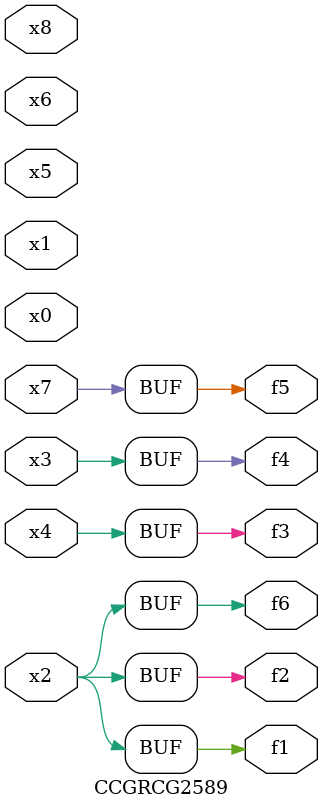
<source format=v>
module CCGRCG2589(
	input x0, x1, x2, x3, x4, x5, x6, x7, x8,
	output f1, f2, f3, f4, f5, f6
);
	assign f1 = x2;
	assign f2 = x2;
	assign f3 = x4;
	assign f4 = x3;
	assign f5 = x7;
	assign f6 = x2;
endmodule

</source>
